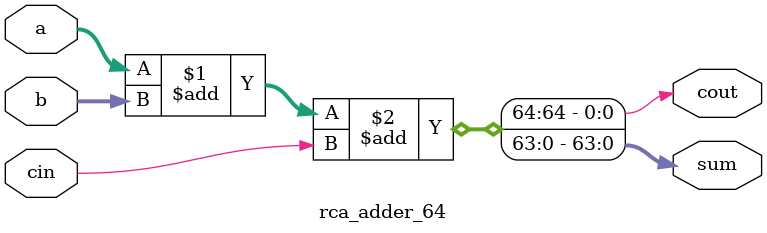
<source format=v>
module rca_adder_64 (
    input  wire [63:0] a,     // 64-bit input A
    input  wire [63:0] b,     // 64-bit input B
    input  wire        cin,   // carry input
    output wire [63:0] sum,   // 64-bit result
    output wire        cout   // final carry out
);
    // Use the '+' operator, Vivado will automatically derive the carry chain
    assign {cout, sum} = a + b + cin;

endmodule

</source>
